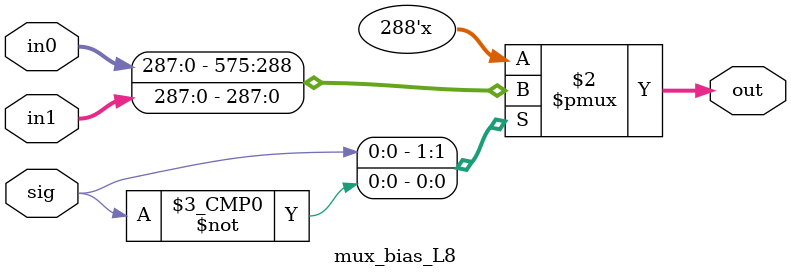
<source format=v>
module mux_bias_L8(in0,in1, sig,out);
input [16*18-1:0] in0,in1;
input  sig;
output reg [16*18-1:0]  out;
 
always@(*)
begin
    case(sig)
    1'b1:  out=in0;
    1'b0:  out=in1;
    
    endcase
end
endmodule
</source>
